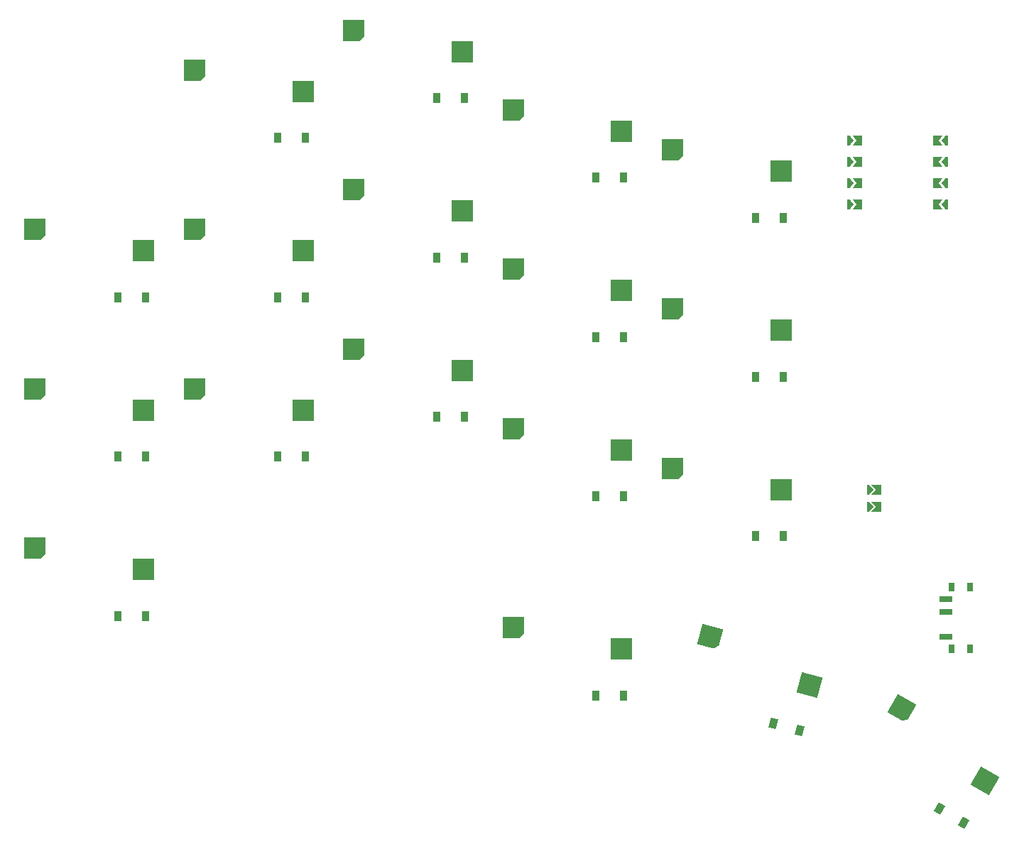
<source format=gbr>
%TF.GenerationSoftware,KiCad,Pcbnew,9.0.7*%
%TF.CreationDate,2026-01-25T01:01:47-05:00*%
%TF.ProjectId,pcb,7063622e-6b69-4636-9164-5f7063625858,rev?*%
%TF.SameCoordinates,Original*%
%TF.FileFunction,Paste,Top*%
%TF.FilePolarity,Positive*%
%FSLAX46Y46*%
G04 Gerber Fmt 4.6, Leading zero omitted, Abs format (unit mm)*
G04 Created by KiCad (PCBNEW 9.0.7) date 2026-01-25 01:01:47*
%MOMM*%
%LPD*%
G01*
G04 APERTURE LIST*
G04 Aperture macros list*
%AMRotRect*
0 Rectangle, with rotation*
0 The origin of the aperture is its center*
0 $1 length*
0 $2 width*
0 $3 Rotation angle, in degrees counterclockwise*
0 Add horizontal line*
21,1,$1,$2,0,0,$3*%
%AMOutline5P*
0 Free polygon, 5 corners , with rotation*
0 The origin of the aperture is its center*
0 number of corners: always 5*
0 $1 to $10 corner X, Y*
0 $11 Rotation angle, in degrees counterclockwise*
0 create outline with 5 corners*
4,1,5,$1,$2,$3,$4,$5,$6,$7,$8,$9,$10,$1,$2,$11*%
%AMOutline6P*
0 Free polygon, 6 corners , with rotation*
0 The origin of the aperture is its center*
0 number of corners: always 6*
0 $1 to $12 corner X, Y*
0 $13 Rotation angle, in degrees counterclockwise*
0 create outline with 6 corners*
4,1,6,$1,$2,$3,$4,$5,$6,$7,$8,$9,$10,$11,$12,$1,$2,$13*%
%AMOutline7P*
0 Free polygon, 7 corners , with rotation*
0 The origin of the aperture is its center*
0 number of corners: always 7*
0 $1 to $14 corner X, Y*
0 $15 Rotation angle, in degrees counterclockwise*
0 create outline with 7 corners*
4,1,7,$1,$2,$3,$4,$5,$6,$7,$8,$9,$10,$11,$12,$13,$14,$1,$2,$15*%
%AMOutline8P*
0 Free polygon, 8 corners , with rotation*
0 The origin of the aperture is its center*
0 number of corners: always 8*
0 $1 to $16 corner X, Y*
0 $17 Rotation angle, in degrees counterclockwise*
0 create outline with 8 corners*
4,1,8,$1,$2,$3,$4,$5,$6,$7,$8,$9,$10,$11,$12,$13,$14,$15,$16,$1,$2,$17*%
%AMFreePoly0*
4,1,6,0.250000,0.000000,-0.250000,-0.625000,-0.500000,-0.625000,-0.500000,0.625000,-0.250000,0.625000,0.250000,0.000000,0.250000,0.000000,$1*%
%AMFreePoly1*
4,1,6,0.500000,-0.625000,-0.650000,-0.625000,-0.150000,0.000000,-0.650000,0.625000,0.500000,0.625000,0.500000,-0.625000,0.500000,-0.625000,$1*%
%AMFreePoly2*
4,1,6,0.600000,-0.200000,0.600000,-0.400000,-0.600000,-0.400000,-0.600000,-0.200000,0.000000,0.400000,0.600000,-0.200000,0.600000,-0.200000,$1*%
%AMFreePoly3*
4,1,6,0.600000,-1.000000,0.000000,-0.400000,-0.600000,-1.000000,-0.600000,0.250000,0.600000,0.250000,0.600000,-1.000000,0.600000,-1.000000,$1*%
G04 Aperture macros list end*
%ADD10R,2.550000X2.500000*%
%ADD11Outline5P,-1.275000X1.250000X1.275000X1.250000X1.275000X-0.750000X0.775000X-1.250000X-1.275000X-1.250000X0.000000*%
%ADD12RotRect,2.550000X2.500000X345.000000*%
%ADD13Outline5P,-1.275000X1.250000X1.275000X1.250000X1.275000X-0.750000X0.775000X-1.250000X-1.275000X-1.250000X345.000000*%
%ADD14RotRect,2.550000X2.500000X330.000000*%
%ADD15Outline5P,-1.275000X1.250000X1.275000X1.250000X1.275000X-0.750000X0.775000X-1.250000X-1.275000X-1.250000X330.000000*%
%ADD16R,0.900000X1.200000*%
%ADD17RotRect,0.900000X1.200000X165.000000*%
%ADD18RotRect,0.900000X1.200000X150.000000*%
%ADD19FreePoly0,0.000000*%
%ADD20FreePoly1,0.000000*%
%ADD21FreePoly1,180.000000*%
%ADD22FreePoly0,180.000000*%
%ADD23FreePoly2,270.000000*%
%ADD24FreePoly3,270.000000*%
%ADD25R,0.800000X1.000000*%
%ADD26R,1.500000X0.700000*%
G04 APERTURE END LIST*
D10*
%TO.C,S1*%
X94085000Y-112460000D03*
D11*
X81158000Y-109920000D03*
%TD*%
D10*
%TO.C,S2*%
X94085000Y-93460000D03*
D11*
X81158000Y-90920000D03*
%TD*%
D10*
%TO.C,S3*%
X94085000Y-74460000D03*
D11*
X81158000Y-71920000D03*
%TD*%
D10*
%TO.C,S4*%
X113085000Y-93460000D03*
D11*
X100158000Y-90920000D03*
%TD*%
D10*
%TO.C,S5*%
X113085000Y-74460000D03*
D11*
X100158000Y-71920000D03*
%TD*%
D10*
%TO.C,S6*%
X113085000Y-55460000D03*
D11*
X100158000Y-52920000D03*
%TD*%
D10*
%TO.C,S7*%
X132085000Y-88710000D03*
D11*
X119158000Y-86170000D03*
%TD*%
D10*
%TO.C,S8*%
X132085000Y-69710000D03*
D11*
X119158000Y-67170000D03*
%TD*%
D10*
%TO.C,S9*%
X132085000Y-50710000D03*
D11*
X119158000Y-48170000D03*
%TD*%
D10*
%TO.C,S10*%
X151085000Y-98210000D03*
D11*
X138158000Y-95670000D03*
%TD*%
D10*
%TO.C,S11*%
X151085000Y-79210000D03*
D11*
X138158000Y-76670000D03*
%TD*%
D10*
%TO.C,S12*%
X151085000Y-60210000D03*
D11*
X138158000Y-57670000D03*
%TD*%
D10*
%TO.C,S13*%
X170085000Y-102960000D03*
D11*
X157158000Y-100420000D03*
%TD*%
D10*
%TO.C,S14*%
X170085000Y-83960000D03*
D11*
X157158000Y-81420000D03*
%TD*%
D10*
%TO.C,S15*%
X170085000Y-64960000D03*
D11*
X157158000Y-62420000D03*
%TD*%
D10*
%TO.C,S16*%
X151085000Y-121960000D03*
D11*
X138158000Y-119420000D03*
%TD*%
D12*
%TO.C,S17*%
X173500985Y-126255281D03*
D13*
X161671862Y-120456076D03*
%TD*%
D14*
%TO.C,S18*%
X194405790Y-137717795D03*
D15*
X184480680Y-129054591D03*
%TD*%
D16*
%TO.C,D1*%
X94350000Y-118000000D03*
X91050000Y-118000000D03*
%TD*%
%TO.C,D2*%
X94350000Y-99000000D03*
X91050000Y-99000000D03*
%TD*%
%TO.C,D3*%
X94350000Y-80000000D03*
X91050000Y-80000000D03*
%TD*%
%TO.C,D4*%
X113350000Y-99000000D03*
X110050000Y-99000000D03*
%TD*%
%TO.C,D5*%
X113350000Y-80000000D03*
X110050000Y-80000000D03*
%TD*%
%TO.C,D6*%
X113350000Y-61000000D03*
X110050000Y-61000000D03*
%TD*%
%TO.C,D7*%
X132350000Y-94250000D03*
X129050000Y-94250000D03*
%TD*%
%TO.C,D8*%
X132350000Y-75250000D03*
X129050000Y-75250000D03*
%TD*%
%TO.C,D9*%
X132350000Y-56250000D03*
X129050000Y-56250000D03*
%TD*%
%TO.C,D10*%
X151350000Y-103750000D03*
X148050000Y-103750000D03*
%TD*%
%TO.C,D11*%
X151350000Y-84750000D03*
X148050000Y-84750000D03*
%TD*%
%TO.C,D12*%
X151350000Y-65750000D03*
X148050000Y-65750000D03*
%TD*%
%TO.C,D13*%
X170350000Y-108500000D03*
X167050000Y-108500000D03*
%TD*%
%TO.C,D14*%
X170350000Y-89500000D03*
X167050000Y-89500000D03*
%TD*%
%TO.C,D15*%
X170350000Y-70500000D03*
X167050000Y-70500000D03*
%TD*%
%TO.C,D16*%
X151350000Y-127500000D03*
X148050000Y-127500000D03*
%TD*%
D17*
%TO.C,D17*%
X172323098Y-131675097D03*
X169135542Y-130820995D03*
%TD*%
D18*
%TO.C,D18*%
X191865287Y-142648076D03*
X189007403Y-140998076D03*
%TD*%
D19*
%TO.C,MCU1*%
X178500000Y-61300000D03*
D20*
X179225000Y-61300000D03*
D21*
X188775000Y-61300000D03*
D22*
X189500000Y-61300000D03*
D19*
X178500000Y-63840000D03*
D20*
X179225000Y-63840000D03*
D21*
X188775000Y-63840000D03*
D22*
X189500000Y-63840000D03*
D19*
X178500000Y-66380000D03*
D20*
X179225000Y-66380000D03*
D21*
X188775000Y-66380000D03*
D22*
X189500000Y-66380000D03*
D19*
X178500000Y-68920000D03*
D20*
X179225000Y-68920000D03*
D21*
X188775000Y-68920000D03*
D22*
X189500000Y-68920000D03*
%TD*%
D23*
%TO.C,JST1*%
X180800000Y-105000000D03*
X180800000Y-103000000D03*
D24*
X181816000Y-105000000D03*
X181816000Y-103000000D03*
%TD*%
D25*
%TO.C,PWR1*%
X192625000Y-114600000D03*
X190415000Y-114600000D03*
X190415000Y-121900000D03*
X192625000Y-121900000D03*
D26*
X189765000Y-120500000D03*
X189765000Y-117500000D03*
X189765000Y-116000000D03*
%TD*%
M02*

</source>
